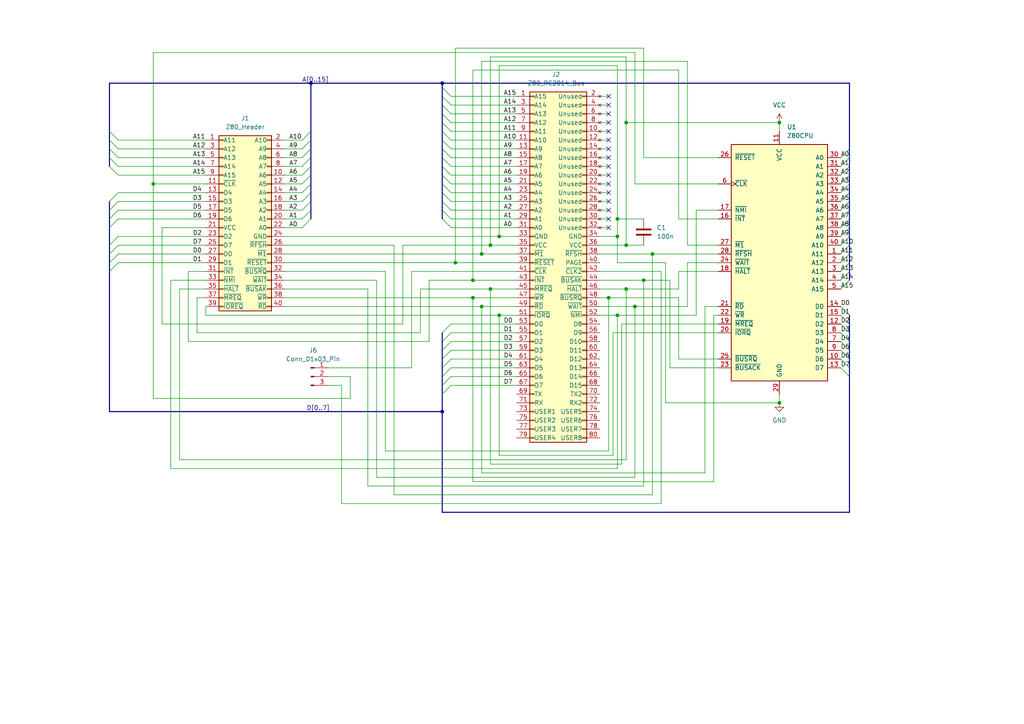
<source format=kicad_sch>
(kicad_sch (version 20230121) (generator eeschema)
  (paper "A4")
  (title_block (title "Z80 RC2014 Card") (date "2024-04-24") (rev "1.0"))
  (lib_symbols
    (symbol "CPU:Z80CPU" (pin_names (offset 1.016))
      (property "Reference" "U" (at -13.97 35.56 0))
      (property "Value" "Z80CPU" (at 6.35 35.56 0))
      (symbol "Z80CPU_0_1"
        (rectangle (start -13.97 34.29) (end 13.97 -34.29) (stroke (width 0.254)) (fill (type background)))
      )
      (symbol "Z80CPU_1_1"
        (pin output line (at 17.78 2.54 180) (length 3.81) (name "A11") (number "1"))
        (pin bidirectional line (at 17.78 -27.94 180) (length 3.81) (name "D6") (number "10"))
        (pin power_in line (at 0 38.1 270) (length 3.81) (name "VCC") (number "11"))
        (pin bidirectional line (at 17.78 -17.78 180) (length 3.81) (name "D2") (number "12"))
        (pin bidirectional line (at 17.78 -30.48 180) (length 3.81) (name "D7") (number "13"))
        (pin bidirectional line (at 17.78 -12.7 180) (length 3.81) (name "D0") (number "14"))
        (pin bidirectional line (at 17.78 -15.24 180) (length 3.81) (name "D1") (number "15"))
        (pin input line (at -17.78 12.7 0) (length 3.81) (name "~{INT}") (number "16"))
        (pin input line (at -17.78 15.24 0) (length 3.81) (name "~{NMI}") (number "17"))
        (pin output line (at -17.78 -2.54 0) (length 3.81) (name "~{HALT}") (number "18"))
        (pin output line (at -17.78 -17.78 0) (length 3.81) (name "~{MREQ}") (number "19"))
        (pin output line (at 17.78 0 180) (length 3.81) (name "A12") (number "2"))
        (pin output line (at -17.78 -20.32 0) (length 3.81) (name "~{IORQ}") (number "20"))
        (pin output line (at -17.78 -12.7 0) (length 3.81) (name "~{RD}") (number "21"))
        (pin output line (at -17.78 -15.24 0) (length 3.81) (name "~{WR}") (number "22"))
        (pin output line (at -17.78 -30.48 0) (length 3.81) (name "~{BUSACK}") (number "23"))
        (pin input line (at -17.78 0 0) (length 3.81) (name "~{WAIT}") (number "24"))
        (pin input line (at -17.78 -27.94 0) (length 3.81) (name "~{BUSRQ}") (number "25"))
        (pin input line (at -17.78 30.48 0) (length 3.81) (name "~{RESET}") (number "26"))
        (pin output line (at -17.78 5.08 0) (length 3.81) (name "~{M1}") (number "27"))
        (pin output line (at -17.78 2.54 0) (length 3.81) (name "~{RFSH}") (number "28"))
        (pin power_in line (at 0 -38.1 90) (length 3.81) (name "GND") (number "29"))
        (pin output line (at 17.78 -2.54 180) (length 3.81) (name "A13") (number "3"))
        (pin output line (at 17.78 30.48 180) (length 3.81) (name "A0") (number "30"))
        (pin output line (at 17.78 27.94 180) (length 3.81) (name "A1") (number "31"))
        (pin output line (at 17.78 25.4 180) (length 3.81) (name "A2") (number "32"))
        (pin output line (at 17.78 22.86 180) (length 3.81) (name "A3") (number "33"))
        (pin output line (at 17.78 20.32 180) (length 3.81) (name "A4") (number "34"))
        (pin output line (at 17.78 17.78 180) (length 3.81) (name "A5") (number "35"))
        (pin output line (at 17.78 15.24 180) (length 3.81) (name "A6") (number "36"))
        (pin output line (at 17.78 12.7 180) (length 3.81) (name "A7") (number "37"))
        (pin output line (at 17.78 10.16 180) (length 3.81) (name "A8") (number "38"))
        (pin output line (at 17.78 7.62 180) (length 3.81) (name "A9") (number "39"))
        (pin output line (at 17.78 -5.08 180) (length 3.81) (name "A14") (number "4"))
        (pin output line (at 17.78 5.08 180) (length 3.81) (name "A10") (number "40"))
        (pin output line (at 17.78 -7.62 180) (length 3.81) (name "A15") (number "5"))
        (pin input clock (at -17.78 22.86 0) (length 3.81) (name "~{CLK}") (number "6"))
        (pin bidirectional line (at 17.78 -22.86 180) (length 3.81) (name "D4") (number "7"))
        (pin bidirectional line (at 17.78 -20.32 180) (length 3.81) (name "D3") (number "8"))
        (pin bidirectional line (at 17.78 -25.4 180) (length 3.81) (name "D5") (number "9"))
      )
    )
    (symbol "CPU:Z80_Header" (pin_names (offset 1.25))
      (property "Reference" "J" (at 1.27 25.4 0))
      (property "Value" "Z80_Header" (at 6.35 -27.94 0))
      (symbol "Z80_Header_1_1"
        (rectangle (start -1.27 -25.273) (end 0 -25.527) (stroke (width 0.1524)))
        (rectangle (start -1.27 -22.733) (end 0 -22.987) (stroke (width 0.1524)))
        (rectangle (start -1.27 -20.193) (end 0 -20.447) (stroke (width 0.1524)))
        (rectangle (start -1.27 -17.653) (end 0 -17.907) (stroke (width 0.1524)))
        (rectangle (start -1.27 -15.113) (end 0 -15.367) (stroke (width 0.1524)))
        (rectangle (start -1.27 -12.573) (end 0 -12.827) (stroke (width 0.1524)))
        (rectangle (start -1.27 -10.033) (end 0 -10.287) (stroke (width 0.1524)))
        (rectangle (start -1.27 -7.493) (end 0 -7.747) (stroke (width 0.1524)))
        (rectangle (start -1.27 -4.953) (end 0 -5.207) (stroke (width 0.1524)))
        (rectangle (start -1.27 -2.413) (end 0 -2.667) (stroke (width 0.1524)))
        (rectangle (start -1.27 0.127) (end 0 -0.127) (stroke (width 0.1524)))
        (rectangle (start -1.27 2.667) (end 0 2.413) (stroke (width 0.1524)))
        (rectangle (start -1.27 5.207) (end 0 4.953) (stroke (width 0.1524)))
        (rectangle (start -1.27 7.747) (end 0 7.493) (stroke (width 0.1524)))
        (rectangle (start -1.27 10.287) (end 0 10.033) (stroke (width 0.1524)))
        (rectangle (start -1.27 12.827) (end 0 12.573) (stroke (width 0.1524)))
        (rectangle (start -1.27 15.367) (end 0 15.113) (stroke (width 0.1524)))
        (rectangle (start -1.27 17.907) (end 0 17.653) (stroke (width 0.1524)))
        (rectangle (start -1.27 20.447) (end 0 20.193) (stroke (width 0.1524)))
        (rectangle (start -1.27 22.987) (end 0 22.733) (stroke (width 0.1524)))
        (rectangle (start -1.27 24.13) (end 13.97 -26.67) (stroke (width 0.254)) (fill (type background)))
        (rectangle (start 13.97 -25.273) (end 12.7 -25.527) (stroke (width 0.1524)))
        (rectangle (start 13.97 -22.733) (end 12.7 -22.987) (stroke (width 0.1524)))
        (rectangle (start 13.97 -20.193) (end 12.7 -20.447) (stroke (width 0.1524)))
        (rectangle (start 13.97 -17.653) (end 12.7 -17.907) (stroke (width 0.1524)))
        (rectangle (start 13.97 -15.113) (end 12.7 -15.367) (stroke (width 0.1524)))
        (rectangle (start 13.97 -12.573) (end 12.7 -12.827) (stroke (width 0.1524)))
        (rectangle (start 13.97 -10.033) (end 12.7 -10.287) (stroke (width 0.1524)))
        (rectangle (start 13.97 -7.493) (end 12.7 -7.747) (stroke (width 0.1524)))
        (rectangle (start 13.97 -4.953) (end 12.7 -5.207) (stroke (width 0.1524)))
        (rectangle (start 13.97 -2.413) (end 12.7 -2.667) (stroke (width 0.1524)))
        (rectangle (start 13.97 0.127) (end 12.7 -0.127) (stroke (width 0.1524)))
        (rectangle (start 13.97 2.667) (end 12.7 2.413) (stroke (width 0.1524)))
        (rectangle (start 13.97 5.207) (end 12.7 4.953) (stroke (width 0.1524)))
        (rectangle (start 13.97 7.747) (end 12.7 7.493) (stroke (width 0.1524)))
        (rectangle (start 13.97 10.287) (end 12.7 10.033) (stroke (width 0.1524)))
        (rectangle (start 13.97 12.827) (end 12.7 12.573) (stroke (width 0.1524)))
        (rectangle (start 13.97 15.367) (end 12.7 15.113) (stroke (width 0.1524)))
        (rectangle (start 13.97 17.907) (end 12.7 17.653) (stroke (width 0.1524)))
        (rectangle (start 13.97 20.447) (end 12.7 20.193) (stroke (width 0.1524)))
        (rectangle (start 13.97 22.987) (end 12.7 22.733) (stroke (width 0.1524)))
        (pin output line (at -5.08 22.86 0) (length 3.81) (name "A11") (number "1"))
        (pin output line (at 17.78 12.7 180) (length 3.81) (name "A6") (number "10"))
        (pin input line (at -5.08 10.16 0) (length 3.81) (name "~{CLK}") (number "11"))
        (pin output line (at 17.78 10.16 180) (length 3.81) (name "A5") (number "12"))
        (pin bidirectional line (at -5.08 7.62 0) (length 3.81) (name "D4") (number "13"))
        (pin output line (at 17.78 7.62 180) (length 3.81) (name "A4") (number "14"))
        (pin bidirectional line (at -5.08 5.08 0) (length 3.81) (name "D3") (number "15"))
        (pin output line (at 17.78 5.08 180) (length 3.81) (name "A3") (number "16"))
        (pin bidirectional line (at -5.08 2.54 0) (length 3.81) (name "D5") (number "17"))
        (pin output line (at 17.78 2.54 180) (length 3.81) (name "A2") (number "18"))
        (pin bidirectional line (at -5.08 0 0) (length 3.81) (name "D6") (number "19"))
        (pin output line (at 17.78 22.86 180) (length 3.81) (name "A10") (number "2"))
        (pin output line (at 17.78 0 180) (length 3.81) (name "A1") (number "20"))
        (pin power_in line (at -5.08 -2.54 0) (length 3.81) (name "VCC") (number "21"))
        (pin output line (at 17.78 -2.54 180) (length 3.81) (name "A0") (number "22"))
        (pin bidirectional line (at -5.08 -5.08 0) (length 3.81) (name "D2") (number "23"))
        (pin power_in line (at 17.78 -5.08 180) (length 3.81) (name "GND") (number "24"))
        (pin bidirectional line (at -5.08 -7.62 0) (length 3.81) (name "D7") (number "25"))
        (pin output line (at 17.78 -7.62 180) (length 3.81) (name "~{RFSH}") (number "26"))
        (pin bidirectional line (at -5.08 -10.16 0) (length 3.81) (name "D0") (number "27"))
        (pin output line (at 17.78 -10.16 180) (length 3.81) (name "~{M1}") (number "28"))
        (pin bidirectional line (at -5.08 -12.7 0) (length 3.81) (name "D1") (number "29"))
        (pin output line (at -5.08 20.32 0) (length 3.81) (name "A12") (number "3"))
        (pin input line (at 17.78 -12.7 180) (length 3.81) (name "~{RESET}") (number "30"))
        (pin input line (at -5.08 -15.24 0) (length 3.81) (name "~{INT}") (number "31"))
        (pin input line (at 17.78 -15.24 180) (length 3.81) (name "~{BUSRQ}") (number "32"))
        (pin input line (at -5.08 -17.78 0) (length 3.81) (name "~{NMI}") (number "33"))
        (pin input line (at 17.78 -17.78 180) (length 3.81) (name "~{WAIT}") (number "34"))
        (pin output line (at -5.08 -20.32 0) (length 3.81) (name "~{HALT}") (number "35"))
        (pin output line (at 17.78 -20.32 180) (length 3.81) (name "~{BUSAK}") (number "36"))
        (pin output line (at -5.08 -22.86 0) (length 3.81) (name "~{MREQ}") (number "37"))
        (pin output line (at 17.78 -22.86 180) (length 3.81) (name "~{WR}") (number "38"))
        (pin output line (at -5.08 -25.4 0) (length 3.81) (name "~{IOREQ}") (number "39"))
        (pin output line (at 17.78 20.32 180) (length 3.81) (name "A9") (number "4"))
        (pin output line (at 17.78 -25.4 180) (length 3.81) (name "~{RD}") (number "40"))
        (pin output line (at -5.08 17.78 0) (length 3.81) (name "A13") (number "5"))
        (pin output line (at 17.78 17.78 180) (length 3.81) (name "A8") (number "6"))
        (pin output line (at -5.08 15.24 0) (length 3.81) (name "A14") (number "7"))
        (pin output line (at 17.78 15.24 180) (length 3.81) (name "A7") (number "8"))
        (pin output line (at -5.08 12.7 0) (length 3.81) (name "A15") (number "9"))
      )
    )
    (symbol "CPU:Z80_RC2014_Bus" (pin_names (offset 1.25))
      (property "Reference" "J" (at 1.27 50.8 0))
      (property "Value" "Z80_RC2014_Bus" (at 12.7 -53.34 0))
      (symbol "Z80_RC2014_Bus_1_1"
        (rectangle (start -1.27 -50.673) (end 0 -50.927) (stroke (width 0.1524)))
        (rectangle (start -1.27 -48.133) (end 0 -48.387) (stroke (width 0.1524)))
        (rectangle (start -1.27 -45.593) (end 0 -45.847) (stroke (width 0.1524)))
        (rectangle (start -1.27 -43.053) (end 0 -43.307) (stroke (width 0.1524)))
        (rectangle (start -1.27 -40.513) (end 0 -40.767) (stroke (width 0.1524)))
        (rectangle (start -1.27 -37.973) (end 0 -38.227) (stroke (width 0.1524)))
        (rectangle (start -1.27 -35.433) (end 0 -35.687) (stroke (width 0.1524)))
        (rectangle (start -1.27 -32.893) (end 0 -33.147) (stroke (width 0.1524)))
        (rectangle (start -1.27 -30.353) (end 0 -30.607) (stroke (width 0.1524)))
        (rectangle (start -1.27 -27.813) (end 0 -28.067) (stroke (width 0.1524)))
        (rectangle (start -1.27 -25.273) (end 0 -25.527) (stroke (width 0.1524)))
        (rectangle (start -1.27 -22.733) (end 0 -22.987) (stroke (width 0.1524)))
        (rectangle (start -1.27 -20.193) (end 0 -20.447) (stroke (width 0.1524)))
        (rectangle (start -1.27 -17.653) (end 0 -17.907) (stroke (width 0.1524)))
        (rectangle (start -1.27 -15.113) (end 0 -15.367) (stroke (width 0.1524)))
        (rectangle (start -1.27 -12.573) (end 0 -12.827) (stroke (width 0.1524)))
        (rectangle (start -1.27 -10.033) (end 0 -10.287) (stroke (width 0.1524)))
        (rectangle (start -1.27 -7.493) (end 0 -7.747) (stroke (width 0.1524)))
        (rectangle (start -1.27 -4.953) (end 0 -5.207) (stroke (width 0.1524)))
        (rectangle (start -1.27 -2.413) (end 0 -2.667) (stroke (width 0.1524)))
        (rectangle (start -1.27 0.127) (end 0 -0.127) (stroke (width 0.1524)))
        (rectangle (start -1.27 2.667) (end 0 2.413) (stroke (width 0.1524)))
        (rectangle (start -1.27 5.207) (end 0 4.953) (stroke (width 0.1524)))
        (rectangle (start -1.27 7.747) (end 0 7.493) (stroke (width 0.1524)))
        (rectangle (start -1.27 10.287) (end 0 10.033) (stroke (width 0.1524)))
        (rectangle (start -1.27 12.827) (end 0 12.573) (stroke (width 0.1524)))
        (rectangle (start -1.27 15.367) (end 0 15.113) (stroke (width 0.1524)))
        (rectangle (start -1.27 17.907) (end 0 17.653) (stroke (width 0.1524)))
        (rectangle (start -1.27 20.447) (end 0 20.193) (stroke (width 0.1524)))
        (rectangle (start -1.27 22.987) (end 0 22.733) (stroke (width 0.1524)))
        (rectangle (start -1.27 25.527) (end 0 25.273) (stroke (width 0.1524)))
        (rectangle (start -1.27 28.067) (end 0 27.813) (stroke (width 0.1524)))
        (rectangle (start -1.27 30.607) (end 0 30.353) (stroke (width 0.1524)))
        (rectangle (start -1.27 33.147) (end 0 32.893) (stroke (width 0.1524)))
        (rectangle (start -1.27 35.687) (end 0 35.433) (stroke (width 0.1524)))
        (rectangle (start -1.27 38.227) (end 0 37.973) (stroke (width 0.1524)))
        (rectangle (start -1.27 40.767) (end 0 40.513) (stroke (width 0.1524)))
        (rectangle (start -1.27 43.307) (end 0 43.053) (stroke (width 0.1524)))
        (rectangle (start -1.27 45.847) (end 0 45.593) (stroke (width 0.1524)))
        (rectangle (start -1.27 48.387) (end 0 48.133) (stroke (width 0.1524)))
        (rectangle (start -1.27 49.53) (end 15.24 -52.07) (stroke (width 0.254)) (fill (type background)))
        (rectangle (start 15.24 -50.673) (end 13.97 -50.927) (stroke (width 0.1524)))
        (rectangle (start 15.24 -48.133) (end 13.97 -48.387) (stroke (width 0.1524)))
        (rectangle (start 15.24 -45.593) (end 13.97 -45.847) (stroke (width 0.1524)))
        (rectangle (start 15.24 -43.053) (end 13.97 -43.307) (stroke (width 0.1524)))
        (rectangle (start 15.24 -40.513) (end 13.97 -40.767) (stroke (width 0.1524)))
        (rectangle (start 15.24 -37.973) (end 13.97 -38.227) (stroke (width 0.1524)))
        (rectangle (start 15.24 -35.433) (end 13.97 -35.687) (stroke (width 0.1524)))
        (rectangle (start 15.24 -32.893) (end 13.97 -33.147) (stroke (width 0.1524)))
        (rectangle (start 15.24 -30.353) (end 13.97 -30.607) (stroke (width 0.1524)))
        (rectangle (start 15.24 -27.813) (end 13.97 -28.067) (stroke (width 0.1524)))
        (rectangle (start 15.24 -25.273) (end 13.97 -25.527) (stroke (width 0.1524)))
        (rectangle (start 15.24 -22.733) (end 13.97 -22.987) (stroke (width 0.1524)))
        (rectangle (start 15.24 -20.193) (end 13.97 -20.447) (stroke (width 0.1524)))
        (rectangle (start 15.24 -17.653) (end 13.97 -17.907) (stroke (width 0.1524)))
        (rectangle (start 15.24 -15.113) (end 13.97 -15.367) (stroke (width 0.1524)))
        (rectangle (start 15.24 -12.573) (end 13.97 -12.827) (stroke (width 0.1524)))
        (rectangle (start 15.24 -10.033) (end 13.97 -10.287) (stroke (width 0.1524)))
        (rectangle (start 15.24 -7.493) (end 13.97 -7.747) (stroke (width 0.1524)))
        (rectangle (start 15.24 -4.953) (end 13.97 -5.207) (stroke (width 0.1524)))
        (rectangle (start 15.24 -2.413) (end 13.97 -2.667) (stroke (width 0.1524)))
        (rectangle (start 15.24 0.127) (end 13.97 -0.127) (stroke (width 0.1524)))
        (rectangle (start 15.24 2.667) (end 13.97 2.413) (stroke (width 0.1524)))
        (rectangle (start 15.24 5.207) (end 13.97 4.953) (stroke (width 0.1524)))
        (rectangle (start 15.24 7.747) (end 13.97 7.493) (stroke (width 0.1524)))
        (rectangle (start 15.24 10.287) (end 13.97 10.033) (stroke (width 0.1524)))
        (rectangle (start 15.24 12.827) (end 13.97 12.573) (stroke (width 0.1524)))
        (rectangle (start 15.24 15.367) (end 13.97 15.113) (stroke (width 0.1524)))
        (rectangle (start 15.24 17.907) (end 13.97 17.653) (stroke (width 0.1524)))
        (rectangle (start 15.24 20.447) (end 13.97 20.193) (stroke (width 0.1524)))
        (rectangle (start 15.24 22.987) (end 13.97 22.733) (stroke (width 0.1524)))
        (rectangle (start 15.24 25.527) (end 13.97 25.273) (stroke (width 0.1524)))
        (rectangle (start 15.24 28.067) (end 13.97 27.813) (stroke (width 0.1524)))
        (rectangle (start 15.24 30.607) (end 13.97 30.353) (stroke (width 0.1524)))
        (rectangle (start 15.24 33.147) (end 13.97 32.893) (stroke (width 0.1524)))
        (rectangle (start 15.24 35.687) (end 13.97 35.433) (stroke (width 0.1524)))
        (rectangle (start 15.24 38.227) (end 13.97 37.973) (stroke (width 0.1524)))
        (rectangle (start 15.24 40.767) (end 13.97 40.513) (stroke (width 0.1524)))
        (rectangle (start 15.24 43.307) (end 13.97 43.053) (stroke (width 0.1524)))
        (rectangle (start 15.24 45.847) (end 13.97 45.593) (stroke (width 0.1524)))
        (rectangle (start 15.24 48.387) (end 13.97 48.133) (stroke (width 0.1524)))
        (pin output line (at -5.08 48.26 0) (length 3.81) (name "A15") (number "1"))
        (pin no_connect line (at 19.05 38.1 180) (length 3.81) (name "Unused") (number "10"))
        (pin output line (at -5.08 35.56 0) (length 3.81) (name "A10") (number "11"))
        (pin no_connect line (at 19.05 35.56 180) (length 3.81) (name "Unused") (number "12"))
        (pin output line (at -5.08 33.02 0) (length 3.81) (name "A9") (number "13"))
        (pin no_connect line (at 19.05 33.02 180) (length 3.81) (name "Unused") (number "14"))
        (pin output line (at -5.08 30.48 0) (length 3.81) (name "A8") (number "15"))
        (pin no_connect line (at 19.05 30.48 180) (length 3.81) (name "Unused") (number "16"))
        (pin output line (at -5.08 27.94 0) (length 3.81) (name "A7") (number "17"))
        (pin no_connect line (at 19.05 27.94 180) (length 3.81) (name "Unused") (number "18"))
        (pin output line (at -5.08 25.4 0) (length 3.81) (name "A6") (number "19"))
        (pin no_connect line (at 19.05 48.26 180) (length 3.81) (name "Unused") (number "2"))
        (pin no_connect line (at 19.05 25.4 180) (length 3.81) (name "Unused") (number "20"))
        (pin output line (at -5.08 22.86 0) (length 3.81) (name "A5") (number "21"))
        (pin no_connect line (at 19.05 22.86 180) (length 3.81) (name "Unused") (number "22"))
        (pin output line (at -5.08 20.32 0) (length 3.81) (name "A4") (number "23"))
        (pin no_connect line (at 19.05 20.32 180) (length 3.81) (name "Unused") (number "24"))
        (pin output line (at -5.08 17.78 0) (length 3.81) (name "A3") (number "25"))
        (pin no_connect line (at 19.05 17.78 180) (length 3.81) (name "Unused") (number "26"))
        (pin output line (at -5.08 15.24 0) (length 3.81) (name "A2") (number "27"))
        (pin no_connect line (at 19.05 15.24 180) (length 3.81) (name "Unused") (number "28"))
        (pin output line (at -5.08 12.7 0) (length 3.81) (name "A1") (number "29"))
        (pin output line (at -5.08 45.72 0) (length 3.81) (name "A14") (number "3"))
        (pin no_connect line (at 19.05 12.7 180) (length 3.81) (name "Unused") (number "30"))
        (pin output line (at -5.08 10.16 0) (length 3.81) (name "A0") (number "31"))
        (pin no_connect line (at 19.05 10.16 180) (length 3.81) (name "Unused") (number "32"))
        (pin power_in line (at -5.08 7.62 0) (length 3.81) (name "GND") (number "33"))
        (pin power_in line (at 19.05 7.62 180) (length 3.81) (name "GND") (number "34"))
        (pin power_in line (at -5.08 5.08 0) (length 3.81) (name "VCC") (number "35"))
        (pin power_in line (at 19.05 5.08 180) (length 3.81) (name "VCC") (number "36"))
        (pin output line (at -5.08 2.54 0) (length 3.81) (name "~{M1}") (number "37"))
        (pin output line (at 19.05 2.54 180) (length 3.81) (name "~{RFSH}") (number "38"))
        (pin input line (at -5.08 0 0) (length 3.81) (name "~{RESET}") (number "39"))
        (pin no_connect line (at 19.05 45.72 180) (length 3.81) (name "Unused") (number "4"))
        (pin bidirectional line (at 19.05 0 180) (length 3.81) (name "PAGE") (number "40"))
        (pin input line (at -5.08 -2.54 0) (length 3.81) (name "~{CLK}") (number "41"))
        (pin input line (at 19.05 -2.54 180) (length 3.81) (name "~{CLK2}") (number "42"))
        (pin input line (at -5.08 -5.08 0) (length 3.81) (name "~{INT}") (number "43"))
        (pin output line (at 19.05 -5.08 180) (length 3.81) (name "~{BUSAK}") (number "44"))
        (pin output line (at -5.08 -7.62 0) (length 3.81) (name "~{MREQ}") (number "45"))
        (pin output line (at 19.05 -7.62 180) (length 3.81) (name "~{HALT}") (number "46"))
        (pin open_collector line (at -5.08 -10.16 0) (length 3.81) (name "~{WR}") (number "47"))
        (pin input line (at 19.05 -10.16 180) (length 3.81) (name "~{BUSRQ}") (number "48"))
        (pin output line (at -5.08 -12.7 0) (length 3.81) (name "~{RD}") (number "49"))
        (pin output line (at -5.08 43.18 0) (length 3.81) (name "A13") (number "5"))
        (pin input line (at 19.05 -12.7 180) (length 3.81) (name "~{WAIT}") (number "50"))
        (pin output line (at -5.08 -15.24 0) (length 3.81) (name "~{IORQ}") (number "51"))
        (pin input line (at 19.05 -15.24 180) (length 3.81) (name "~{NMI}") (number "52"))
        (pin bidirectional line (at -5.08 -17.78 0) (length 3.81) (name "D0") (number "53"))
        (pin bidirectional line (at 19.05 -17.78 180) (length 3.81) (name "D8") (number "54"))
        (pin bidirectional line (at -5.08 -20.32 0) (length 3.81) (name "D1") (number "55"))
        (pin bidirectional line (at 19.05 -20.32 180) (length 3.81) (name "D9") (number "56"))
        (pin bidirectional line (at -5.08 -22.86 0) (length 3.81) (name "D2") (number "57"))
        (pin bidirectional line (at 19.05 -22.86 180) (length 3.81) (name "D10") (number "58"))
        (pin bidirectional line (at -5.08 -25.4 0) (length 3.81) (name "D3") (number "59"))
        (pin no_connect line (at 19.05 43.18 180) (length 3.81) (name "Unused") (number "6"))
        (pin bidirectional line (at 19.05 -25.4 180) (length 3.81) (name "D11") (number "60"))
        (pin bidirectional line (at -5.08 -27.94 0) (length 3.81) (name "D4") (number "61"))
        (pin bidirectional line (at 19.05 -27.94 180) (length 3.81) (name "D12") (number "62"))
        (pin bidirectional line (at -5.08 -30.48 0) (length 3.81) (name "D5") (number "63"))
        (pin bidirectional line (at 19.05 -30.48 180) (length 3.81) (name "D13") (number "64"))
        (pin bidirectional line (at -5.08 -33.02 0) (length 3.81) (name "D6") (number "65"))
        (pin bidirectional line (at 19.05 -33.02 180) (length 3.81) (name "D14") (number "66"))
        (pin bidirectional line (at -5.08 -35.56 0) (length 3.81) (name "D7") (number "67"))
        (pin bidirectional line (at 19.05 -35.56 180) (length 3.81) (name "D15") (number "68"))
        (pin output line (at -5.08 -38.1 0) (length 3.81) (name "TX") (number "69"))
        (pin output line (at -5.08 40.64 0) (length 3.81) (name "A12") (number "7"))
        (pin output line (at 19.05 -38.1 180) (length 3.81) (name "TX2") (number "70"))
        (pin input line (at -5.08 -40.64 0) (length 3.81) (name "RX") (number "71"))
        (pin input line (at 19.05 -40.64 180) (length 3.81) (name "RX2") (number "72"))
        (pin bidirectional line (at -5.08 -43.18 0) (length 3.81) (name "USER1") (number "73"))
        (pin bidirectional line (at 19.05 -43.18 180) (length 3.81) (name "USER5") (number "74"))
        (pin bidirectional line (at -5.08 -45.72 0) (length 3.81) (name "USER2") (number "75"))
        (pin bidirectional line (at 19.05 -45.72 180) (length 3.81) (name "USER6") (number "76"))
        (pin bidirectional line (at -5.08 -48.26 0) (length 3.81) (name "USER3") (number "77"))
        (pin bidirectional line (at 19.05 -48.26 180) (length 3.81) (name "USER7") (number "78"))
        (pin bidirectional line (at -5.08 -50.8 0) (length 3.81) (name "USER4") (number "79"))
        (pin no_connect line (at 19.05 40.64 180) (length 3.81) (name "Unused") (number "8"))
        (pin bidirectional line (at 19.05 -50.8 180) (length 3.81) (name "USER8") (number "80"))
        (pin output line (at -5.08 38.1 0) (length 3.81) (name "A11") (number "9"))
      )
    )
    (symbol "Connector:Conn_01x03_Pin" (pin_names (offset 1.016) hide)
      (property "Reference" "J" (at 0 5.08 0))
      (property "Value" "Conn_01x03_Pin" (at 0 -5.08 0))
      (symbol "Conn_01x03_Pin_1_1"
        (polyline (pts (xy 1.27 -2.54) (xy 0.8636 -2.54)) (stroke (width 0.1524)))
        (polyline (pts (xy 1.27 0) (xy 0.8636 0)) (stroke (width 0.1524)))
        (polyline (pts (xy 1.27 2.54) (xy 0.8636 2.54)) (stroke (width 0.1524)))
        (rectangle (start 0.8636 -2.413) (end 0 -2.667) (stroke (width 0.1524)) (fill (type outline)))
        (rectangle (start 0.8636 0.127) (end 0 -0.127) (stroke (width 0.1524)) (fill (type outline)))
        (rectangle (start 0.8636 2.667) (end 0 2.413) (stroke (width 0.1524)) (fill (type outline)))
        (pin passive line (at 5.08 2.54 180) (length 3.81) (name "Pin_1") (number "1"))
        (pin passive line (at 5.08 0 180) (length 3.81) (name "Pin_2") (number "2"))
        (pin passive line (at 5.08 -2.54 180) (length 3.81) (name "Pin_3") (number "3"))
      )
    )
    (symbol "Device:C" (pin_numbers hide) (pin_names (offset 0.254))
      (property "Reference" "C" (at 0.635 2.54 0))
      (property "Value" "C" (at 0.635 -2.54 0))
      (symbol "C_0_1"
        (polyline (pts (xy -2.032 -0.762) (xy 2.032 -0.762)) (stroke (width 0.508)))
        (polyline (pts (xy -2.032 0.762) (xy 2.032 0.762)) (stroke (width 0.508)))
      )
      (symbol "C_1_1"
        (pin passive line (at 0 3.81 270) (length 2.794) (name "~") (number "1"))
        (pin passive line (at 0 -3.81 90) (length 2.794) (name "~") (number "2"))
      )
    )
    (symbol "power:GND" (power) (pin_names (offset 0))
      (property "Value" "GND" (at 0 -3.81 0))
      (symbol "GND_0_1"
        (polyline (pts (xy 0 0) (xy 0 -1.27) (xy 1.27 -1.27) (xy 0 -2.54) (xy -1.27 -1.27) (xy 0 -1.27)))
      )
      (symbol "GND_1_1"
        (pin power_in line (at 0 0 270) (length 0) hide (name "GND") (number "1"))
      )
    )
    (symbol "power:VCC" (power) (pin_names (offset 0))
      (property "Value" "VCC" (at 0 3.81 0))
      (symbol "VCC_0_1"
        (polyline (pts (xy -0.762 1.27) (xy 0 2.54)))
        (polyline (pts (xy 0 0) (xy 0 2.54)))
        (polyline (pts (xy 0 2.54) (xy 0.762 1.27)))
      )
      (symbol "VCC_1_1"
        (pin power_in line (at 0 0 90) (length 0) hide (name "VCC") (number "1"))
      )
    )
  )
  (junction (at 144.78 68.58))
  (junction (at 176.53 86.36))
  (junction (at 139.7 88.9))
  (junction (at 181.61 35.56))
  (junction (at 44.45 53.34))
  (junction (at 142.24 83.82))
  (junction (at 132.08 76.2))
  (junction (at 142.24 71.12))
  (junction (at 90.17 24.13))
  (junction (at 181.61 71.12))
  (junction (at 139.7 73.66))
  (junction (at 189.23 73.66))
  (junction (at 137.16 81.28))
  (junction (at 179.07 68.58))
  (junction (at 226.06 35.56))
  (junction (at 184.15 88.9))
  (junction (at 179.07 63.5))
  (junction (at 186.69 81.28))
  (junction (at 128.27 119.38))
  (junction (at 179.07 91.44))
  (junction (at 128.27 24.13))
  (junction (at 137.16 86.36))
  (junction (at 144.78 91.44))
  (junction (at 181.61 83.82))
  (junction (at 226.06 116.84))
  (no_connect (at 176.53 35.56))
  (no_connect (at 176.53 55.88))
  (no_connect (at 176.53 33.02))
  (no_connect (at 176.53 50.8))
  (no_connect (at 176.53 53.34))
  (no_connect (at 176.53 66.04))
  (no_connect (at 176.53 58.42))
  (no_connect (at 176.53 38.1))
  (no_connect (at 176.53 63.5))
  (no_connect (at 176.53 40.64))
  (no_connect (at 176.53 30.48))
  (no_connect (at 176.53 43.18))
  (no_connect (at 176.53 27.94))
  (no_connect (at 176.53 45.72))
  (no_connect (at 176.53 48.26))
  (no_connect (at 176.53 60.96))
  (bus_entry (at 87.63 60.96) (size 2.54 -2.54))
  (bus_entry (at 128.27 55.88) (size 2.54 2.54))
  (bus_entry (at 31.75 63.5) (size 2.54 -2.54))
  (bus_entry (at 246.38 50.8) (size -2.54 2.54))
  (bus_entry (at 87.63 53.34) (size 2.54 -2.54))
  (bus_entry (at 34.29 43.18) (size -2.54 -2.54))
  (bus_entry (at 128.27 111.76) (size 2.54 -2.54))
  (bus_entry (at 128.27 60.96) (size 2.54 2.54))
  (bus_entry (at 246.38 71.12) (size -2.54 2.54))
  (bus_entry (at 128.27 40.64) (size 2.54 2.54))
  (bus_entry (at 128.27 63.5) (size 2.54 2.54))
  (bus_entry (at 246.38 66.04) (size -2.54 2.54))
  (bus_entry (at 246.38 109.22) (size -2.54 -2.54))
  (bus_entry (at 31.75 71.12) (size 2.54 -2.54))
  (bus_entry (at 128.27 53.34) (size 2.54 2.54))
  (bus_entry (at 34.29 48.26) (size -2.54 -2.54))
  (bus_entry (at 128.27 109.22) (size 2.54 -2.54))
  (bus_entry (at 246.38 81.28) (size -2.54 2.54))
  (bus_entry (at 246.38 60.96) (size -2.54 2.54))
  (bus_entry (at 128.27 38.1) (size 2.54 2.54))
  (bus_entry (at 31.75 76.2) (size 2.54 -2.54))
  (bus_entry (at 246.38 96.52) (size -2.54 -2.54))
  (bus_entry (at 31.75 78.74) (size 2.54 -2.54))
  (bus_entry (at 246.38 99.06) (size -2.54 -2.54))
  (bus_entry (at 34.29 45.72) (size -2.54 -2.54))
  (bus_entry (at 34.29 40.64) (size -2.54 -2.54))
  (bus_entry (at 246.38 45.72) (size -2.54 2.54))
  (bus_entry (at 246.38 55.88) (size -2.54 2.54))
  (bus_entry (at 128.27 25.4) (size 2.54 2.54))
  (bus_entry (at 87.63 40.64) (size 2.54 -2.54))
  (bus_entry (at 246.38 78.74) (size -2.54 2.54))
  (bus_entry (at 128.27 35.56) (size 2.54 2.54))
  (bus_entry (at 34.29 50.8) (size -2.54 -2.54))
  (bus_entry (at 128.27 33.02) (size 2.54 2.54))
  (bus_entry (at 87.63 55.88) (size 2.54 -2.54))
  (bus_entry (at 246.38 91.44) (size -2.54 -2.54))
  (bus_entry (at 128.27 101.6) (size 2.54 -2.54))
  (bus_entry (at 128.27 58.42) (size 2.54 2.54))
  (bus_entry (at 128.27 48.26) (size 2.54 2.54))
  (bus_entry (at 87.63 66.04) (size 2.54 -2.54))
  (bus_entry (at 246.38 76.2) (size -2.54 2.54))
  (bus_entry (at 246.38 101.6) (size -2.54 -2.54))
  (bus_entry (at 87.63 43.18) (size 2.54 -2.54))
  (bus_entry (at 246.38 73.66) (size -2.54 2.54))
  (bus_entry (at 246.38 104.14) (size -2.54 -2.54))
  (bus_entry (at 31.75 58.42) (size 2.54 -2.54))
  (bus_entry (at 246.38 58.42) (size -2.54 2.54))
  (bus_entry (at 87.63 58.42) (size 2.54 -2.54))
  (bus_entry (at 31.75 66.04) (size 2.54 -2.54))
  (bus_entry (at 246.38 106.68) (size -2.54 -2.54))
  (bus_entry (at 246.38 68.58) (size -2.54 2.54))
  (bus_entry (at 31.75 73.66) (size 2.54 -2.54))
  (bus_entry (at 246.38 48.26) (size -2.54 2.54))
  (bus_entry (at 87.63 48.26) (size 2.54 -2.54))
  (bus_entry (at 128.27 50.8) (size 2.54 2.54))
  (bus_entry (at 246.38 63.5) (size -2.54 2.54))
  (bus_entry (at 87.63 63.5) (size 2.54 -2.54))
  (bus_entry (at 87.63 45.72) (size 2.54 -2.54))
  (bus_entry (at 128.27 27.94) (size 2.54 2.54))
  (bus_entry (at 246.38 43.18) (size -2.54 2.54))
  (bus_entry (at 128.27 43.18) (size 2.54 2.54))
  (bus_entry (at 128.27 30.48) (size 2.54 2.54))
  (bus_entry (at 87.63 50.8) (size 2.54 -2.54))
  (bus_entry (at 246.38 93.98) (size -2.54 -2.54))
  (bus_entry (at 128.27 106.68) (size 2.54 -2.54))
  (bus_entry (at 246.38 53.34) (size -2.54 2.54))
  (bus_entry (at 31.75 60.96) (size 2.54 -2.54))
  (bus_entry (at 128.27 99.06) (size 2.54 -2.54))
  (bus_entry (at 128.27 45.72) (size 2.54 2.54))
  (bus_entry (at 128.27 114.3) (size 2.54 -2.54))
  (bus_entry (at 128.27 104.14) (size 2.54 -2.54))
  (bus_entry (at 128.27 96.52) (size 2.54 -2.54))
  (wire (pts (xy 184.15 53.34) (xy 184.15 15.24)))
  (bus (pts (xy 246.38 76.2) (xy 246.38 73.66)))
  (wire (pts (xy 34.29 63.5) (xy 59.69 63.5)))
  (wire (pts (xy 137.16 20.32) (xy 137.16 81.28)))
  (bus (pts (xy 246.38 63.5) (xy 246.38 60.96)))
  (wire (pts (xy 208.28 53.34) (xy 184.15 53.34)))
  (wire (pts (xy 176.53 86.36) (xy 176.53 130.81)))
  (wire (pts (xy 49.53 81.28) (xy 49.53 135.89)))
  (wire (pts (xy 186.69 45.72) (xy 208.28 45.72)))
  (wire (pts (xy 82.55 73.66) (xy 139.7 73.66)))
  (bus (pts (xy 246.38 60.96) (xy 246.38 58.42)))
  (bus (pts (xy 128.27 101.6) (xy 128.27 104.14)))
  (bus (pts (xy 31.75 73.66) (xy 31.75 76.2)))
  (wire (pts (xy 196.85 78.74) (xy 208.28 78.74)))
  (bus (pts (xy 128.27 114.3) (xy 128.27 119.38)))
  (bus (pts (xy 128.27 48.26) (xy 128.27 50.8)))
  (bus (pts (xy 246.38 45.72) (xy 246.38 43.18)))
  (wire (pts (xy 207.01 139.7) (xy 207.01 91.44)))
  (wire (pts (xy 173.99 58.42) (xy 176.53 58.42)))
  (wire (pts (xy 130.81 30.48) (xy 149.86 30.48)))
  (bus (pts (xy 90.17 60.96) (xy 90.17 63.5)))
  (wire (pts (xy 173.99 60.96) (xy 176.53 60.96)))
  (bus (pts (xy 128.27 58.42) (xy 128.27 60.96)))
  (bus (pts (xy 246.38 50.8) (xy 246.38 48.26)))
  (wire (pts (xy 173.99 86.36) (xy 176.53 86.36)))
  (wire (pts (xy 173.99 68.58) (xy 179.07 68.58)))
  (bus (pts (xy 246.38 109.22) (xy 246.38 148.59)))
  (wire (pts (xy 199.39 71.12) (xy 208.28 71.12)))
  (wire (pts (xy 173.99 33.02) (xy 176.53 33.02)))
  (wire (pts (xy 59.69 91.44) (xy 144.78 91.44)))
  (wire (pts (xy 132.08 76.2) (xy 149.86 76.2)))
  (bus (pts (xy 246.38 48.26) (xy 246.38 45.72)))
  (wire (pts (xy 130.81 101.6) (xy 149.86 101.6)))
  (wire (pts (xy 191.77 146.05) (xy 99.06 146.05)))
  (wire (pts (xy 181.61 35.56) (xy 181.61 16.51)))
  (wire (pts (xy 82.55 50.8) (xy 87.63 50.8)))
  (bus (pts (xy 128.27 43.18) (xy 128.27 45.72)))
  (wire (pts (xy 82.55 53.34) (xy 87.63 53.34)))
  (wire (pts (xy 179.07 135.89) (xy 179.07 91.44)))
  (wire (pts (xy 130.81 45.72) (xy 149.86 45.72)))
  (wire (pts (xy 119.38 78.74) (xy 149.86 78.74)))
  (wire (pts (xy 208.28 106.68) (xy 194.31 106.68)))
  (wire (pts (xy 186.69 140.97) (xy 186.69 81.28)))
  (wire (pts (xy 139.7 17.78) (xy 199.39 17.78)))
  (wire (pts (xy 82.55 71.12) (xy 114.3 71.12)))
  (bus (pts (xy 246.38 106.68) (xy 246.38 109.22)))
  (wire (pts (xy 130.81 27.94) (xy 149.86 27.94)))
  (bus (pts (xy 246.38 71.12) (xy 246.38 68.58)))
  (bus (pts (xy 128.27 40.64) (xy 128.27 43.18)))
  (wire (pts (xy 181.61 35.56) (xy 226.06 35.56)))
  (bus (pts (xy 128.27 38.1) (xy 128.27 40.64)))
  (wire (pts (xy 82.55 86.36) (xy 137.16 86.36)))
  (bus (pts (xy 128.27 111.76) (xy 128.27 114.3)))
  (wire (pts (xy 124.46 99.06) (xy 124.46 81.28)))
  (bus (pts (xy 90.17 38.1) (xy 90.17 40.64)))
  (wire (pts (xy 179.07 91.44) (xy 173.99 91.44)))
  (wire (pts (xy 181.61 71.12) (xy 186.69 71.12)))
  (wire (pts (xy 130.81 35.56) (xy 149.86 35.56)))
  (wire (pts (xy 119.38 78.74) (xy 119.38 106.68)))
  (wire (pts (xy 130.81 109.22) (xy 149.86 109.22)))
  (wire (pts (xy 130.81 48.26) (xy 149.86 48.26)))
  (wire (pts (xy 144.78 91.44) (xy 144.78 132.08)))
  (wire (pts (xy 34.29 58.42) (xy 59.69 58.42)))
  (wire (pts (xy 142.24 134.62) (xy 180.34 134.62)))
  (bus (pts (xy 128.27 148.59) (xy 246.38 148.59)))
  (wire (pts (xy 179.07 63.5) (xy 186.69 63.5)))
  (wire (pts (xy 111.76 130.81) (xy 111.76 78.74)))
  (bus (pts (xy 128.27 30.48) (xy 128.27 33.02)))
  (wire (pts (xy 137.16 86.36) (xy 149.86 86.36)))
  (bus (pts (xy 128.27 104.14) (xy 128.27 106.68)))
  (wire (pts (xy 59.69 53.34) (xy 44.45 53.34)))
  (bus (pts (xy 128.27 96.52) (xy 128.27 99.06)))
  (wire (pts (xy 189.23 143.51) (xy 189.23 73.66)))
  (wire (pts (xy 130.81 55.88) (xy 149.86 55.88)))
  (wire (pts (xy 144.78 132.08) (xy 177.8 132.08)))
  (wire (pts (xy 57.15 96.52) (xy 121.92 96.52)))
  (wire (pts (xy 179.07 68.58) (xy 179.07 63.5)))
  (wire (pts (xy 179.07 63.5) (xy 179.07 19.05)))
  (wire (pts (xy 180.34 134.62) (xy 180.34 93.98)))
  (bus (pts (xy 128.27 53.34) (xy 128.27 55.88)))
  (wire (pts (xy 173.99 45.72) (xy 176.53 45.72)))
  (wire (pts (xy 82.55 45.72) (xy 87.63 45.72)))
  (bus (pts (xy 128.27 55.88) (xy 128.27 58.42)))
  (wire (pts (xy 179.07 91.44) (xy 201.93 91.44)))
  (bus (pts (xy 246.38 43.18) (xy 246.38 24.13)))
  (wire (pts (xy 226.06 35.56) (xy 226.06 38.1)))
  (wire (pts (xy 49.53 135.89) (xy 179.07 135.89)))
  (bus (pts (xy 128.27 27.94) (xy 128.27 30.48)))
  (wire (pts (xy 142.24 16.51) (xy 142.24 71.12)))
  (bus (pts (xy 246.38 53.34) (xy 246.38 50.8)))
  (bus (pts (xy 31.75 66.04) (xy 31.75 71.12)))
  (bus (pts (xy 128.27 35.56) (xy 128.27 38.1)))
  (wire (pts (xy 34.29 71.12) (xy 59.69 71.12)))
  (wire (pts (xy 34.29 60.96) (xy 59.69 60.96)))
  (wire (pts (xy 82.55 68.58) (xy 144.78 68.58)))
  (wire (pts (xy 208.28 63.5) (xy 196.85 63.5)))
  (wire (pts (xy 186.69 13.97) (xy 186.69 45.72)))
  (bus (pts (xy 128.27 109.22) (xy 128.27 111.76)))
  (wire (pts (xy 82.55 66.04) (xy 87.63 66.04)))
  (wire (pts (xy 173.99 50.8) (xy 176.53 50.8)))
  (wire (pts (xy 116.84 93.98) (xy 116.84 71.12)))
  (wire (pts (xy 59.69 78.74) (xy 54.61 78.74)))
  (wire (pts (xy 196.85 86.36) (xy 176.53 86.36)))
  (bus (pts (xy 31.75 58.42) (xy 31.75 60.96)))
  (wire (pts (xy 173.99 88.9) (xy 184.15 88.9)))
  (wire (pts (xy 34.29 45.72) (xy 59.69 45.72)))
  (bus (pts (xy 90.17 58.42) (xy 90.17 60.96)))
  (wire (pts (xy 130.81 63.5) (xy 149.86 63.5)))
  (bus (pts (xy 90.17 50.8) (xy 90.17 53.34)))
  (wire (pts (xy 181.61 83.82) (xy 196.85 83.82)))
  (wire (pts (xy 130.81 58.42) (xy 149.86 58.42)))
  (wire (pts (xy 59.69 86.36) (xy 57.15 86.36)))
  (wire (pts (xy 208.28 104.14) (xy 196.85 104.14)))
  (wire (pts (xy 82.55 40.64) (xy 87.63 40.64)))
  (wire (pts (xy 119.38 106.68) (xy 95.25 106.68)))
  (wire (pts (xy 142.24 71.12) (xy 149.86 71.12)))
  (wire (pts (xy 144.78 68.58) (xy 149.86 68.58)))
  (wire (pts (xy 201.93 91.44) (xy 201.93 60.96)))
  (bus (pts (xy 90.17 45.72) (xy 90.17 48.26)))
  (wire (pts (xy 99.06 146.05) (xy 99.06 111.76)))
  (wire (pts (xy 130.81 111.76) (xy 149.86 111.76)))
  (bus (pts (xy 246.38 101.6) (xy 246.38 104.14)))
  (wire (pts (xy 204.47 88.9) (xy 204.47 137.16)))
  (wire (pts (xy 186.69 81.28) (xy 173.99 81.28)))
  (wire (pts (xy 181.61 16.51) (xy 142.24 16.51)))
  (wire (pts (xy 101.6 115.57) (xy 101.6 109.22)))
  (wire (pts (xy 196.85 20.32) (xy 137.16 20.32)))
  (wire (pts (xy 173.99 53.34) (xy 176.53 53.34)))
  (wire (pts (xy 130.81 99.06) (xy 149.86 99.06)))
  (bus (pts (xy 31.75 60.96) (xy 31.75 63.5)))
  (wire (pts (xy 59.69 66.04) (xy 46.99 66.04)))
  (wire (pts (xy 130.81 93.98) (xy 149.86 93.98)))
  (wire (pts (xy 44.45 15.24) (xy 44.45 53.34)))
  (wire (pts (xy 130.81 104.14) (xy 149.86 104.14)))
  (bus (pts (xy 31.75 24.13) (xy 90.17 24.13)))
  (bus (pts (xy 128.27 45.72) (xy 128.27 48.26)))
  (wire (pts (xy 173.99 71.12) (xy 181.61 71.12)))
  (bus (pts (xy 246.38 73.66) (xy 246.38 71.12)))
  (wire (pts (xy 34.29 55.88) (xy 59.69 55.88)))
  (wire (pts (xy 199.39 76.2) (xy 208.28 76.2)))
  (wire (pts (xy 137.16 81.28) (xy 149.86 81.28)))
  (wire (pts (xy 82.55 76.2) (xy 132.08 76.2)))
  (wire (pts (xy 46.99 66.04) (xy 46.99 93.98)))
  (wire (pts (xy 101.6 109.22) (xy 95.25 109.22)))
  (wire (pts (xy 101.6 115.57) (xy 44.45 115.57)))
  (wire (pts (xy 177.8 132.08) (xy 177.8 96.52)))
  (wire (pts (xy 82.55 58.42) (xy 87.63 58.42)))
  (wire (pts (xy 82.55 63.5) (xy 87.63 63.5)))
  (wire (pts (xy 142.24 83.82) (xy 142.24 134.62)))
  (bus (pts (xy 128.27 119.38) (xy 128.27 148.59)))
  (wire (pts (xy 173.99 35.56) (xy 176.53 35.56)))
  (bus (pts (xy 31.75 63.5) (xy 31.75 66.04)))
  (bus (pts (xy 246.38 78.74) (xy 246.38 76.2)))
  (wire (pts (xy 193.04 76.2) (xy 193.04 116.84)))
  (wire (pts (xy 196.85 104.14) (xy 196.85 86.36)))
  (wire (pts (xy 59.69 83.82) (xy 52.07 83.82)))
  (wire (pts (xy 179.07 19.05) (xy 144.78 19.05)))
  (wire (pts (xy 116.84 71.12) (xy 142.24 71.12)))
  (wire (pts (xy 130.81 40.64) (xy 149.86 40.64)))
  (bus (pts (xy 246.38 81.28) (xy 246.38 78.74)))
  (bus (pts (xy 31.75 119.38) (xy 128.27 119.38)))
  (wire (pts (xy 82.55 83.82) (xy 106.68 83.82)))
  (bus (pts (xy 128.27 25.4) (xy 128.27 27.94)))
  (wire (pts (xy 111.76 78.74) (xy 82.55 78.74)))
  (wire (pts (xy 52.07 133.35) (xy 181.61 133.35)))
  (wire (pts (xy 109.22 81.28) (xy 82.55 81.28)))
  (bus (pts (xy 128.27 60.96) (xy 128.27 63.5)))
  (wire (pts (xy 179.07 68.58) (xy 179.07 76.2)))
  (wire (pts (xy 130.81 43.18) (xy 149.86 43.18)))
  (bus (pts (xy 90.17 24.13) (xy 90.17 38.1)))
  (wire (pts (xy 130.81 60.96) (xy 149.86 60.96)))
  (wire (pts (xy 106.68 140.97) (xy 186.69 140.97)))
  (bus (pts (xy 246.38 68.58) (xy 246.38 66.04)))
  (wire (pts (xy 139.7 73.66) (xy 149.86 73.66)))
  (wire (pts (xy 82.55 48.26) (xy 87.63 48.26)))
  (wire (pts (xy 130.81 50.8) (xy 149.86 50.8)))
  (wire (pts (xy 82.55 60.96) (xy 87.63 60.96)))
  (wire (pts (xy 137.16 139.7) (xy 207.01 139.7)))
  (wire (pts (xy 34.29 76.2) (xy 59.69 76.2)))
  (wire (pts (xy 194.31 106.68) (xy 194.31 81.28)))
  (wire (pts (xy 196.85 83.82) (xy 196.85 78.74)))
  (wire (pts (xy 57.15 86.36) (xy 57.15 96.52)))
  (wire (pts (xy 173.99 78.74) (xy 191.77 78.74)))
  (bus (pts (xy 246.38 66.04) (xy 246.38 63.5)))
  (wire (pts (xy 139.7 88.9) (xy 149.86 88.9)))
  (bus (pts (xy 128.27 33.02) (xy 128.27 35.56)))
  (bus (pts (xy 90.17 43.18) (xy 90.17 45.72)))
  (bus (pts (xy 246.38 96.52) (xy 246.38 99.06)))
  (wire (pts (xy 34.29 48.26) (xy 59.69 48.26)))
  (wire (pts (xy 124.46 81.28) (xy 137.16 81.28)))
  (bus (pts (xy 128.27 99.06) (xy 128.27 101.6)))
  (bus (pts (xy 246.38 58.42) (xy 246.38 55.88)))
  (wire (pts (xy 114.3 143.51) (xy 189.23 143.51)))
  (wire (pts (xy 54.61 78.74) (xy 54.61 99.06)))
  (wire (pts (xy 34.29 73.66) (xy 59.69 73.66)))
  (wire (pts (xy 199.39 88.9) (xy 199.39 76.2)))
  (wire (pts (xy 196.85 63.5) (xy 196.85 20.32)))
  (wire (pts (xy 114.3 71.12) (xy 114.3 143.51)))
  (wire (pts (xy 130.81 53.34) (xy 149.86 53.34)))
  (wire (pts (xy 204.47 137.16) (xy 139.7 137.16)))
  (bus (pts (xy 246.38 55.88) (xy 246.38 53.34)))
  (wire (pts (xy 144.78 91.44) (xy 149.86 91.44)))
  (wire (pts (xy 82.55 88.9) (xy 139.7 88.9)))
  (wire (pts (xy 194.31 81.28) (xy 186.69 81.28)))
  (wire (pts (xy 184.15 88.9) (xy 199.39 88.9)))
  (wire (pts (xy 59.69 81.28) (xy 49.53 81.28)))
  (bus (pts (xy 90.17 53.34) (xy 90.17 55.88)))
  (wire (pts (xy 208.28 88.9) (xy 204.47 88.9)))
  (wire (pts (xy 130.81 106.68) (xy 149.86 106.68)))
  (wire (pts (xy 82.55 43.18) (xy 87.63 43.18)))
  (wire (pts (xy 121.92 83.82) (xy 142.24 83.82)))
  (wire (pts (xy 130.81 66.04) (xy 149.86 66.04)))
  (wire (pts (xy 181.61 71.12) (xy 181.61 35.56)))
  (wire (pts (xy 173.99 30.48) (xy 176.53 30.48)))
  (bus (pts (xy 31.75 38.1) (xy 31.75 40.64)))
  (wire (pts (xy 226.06 116.84) (xy 226.06 114.3)))
  (bus (pts (xy 31.75 40.64) (xy 31.75 43.18)))
  (wire (pts (xy 106.68 83.82) (xy 106.68 140.97)))
  (wire (pts (xy 139.7 73.66) (xy 139.7 17.78)))
  (bus (pts (xy 246.38 104.14) (xy 246.38 106.68)))
  (wire (pts (xy 130.81 38.1) (xy 149.86 38.1)))
  (wire (pts (xy 121.92 96.52) (xy 121.92 83.82)))
  (bus (pts (xy 246.38 91.44) (xy 246.38 93.98)))
  (wire (pts (xy 207.01 91.44) (xy 208.28 91.44)))
  (wire (pts (xy 54.61 99.06) (xy 124.46 99.06)))
  (bus (pts (xy 128.27 106.68) (xy 128.27 109.22)))
  (wire (pts (xy 180.34 93.98) (xy 208.28 93.98)))
  (wire (pts (xy 193.04 116.84) (xy 226.06 116.84)))
  (bus (pts (xy 246.38 93.98) (xy 246.38 96.52)))
  (wire (pts (xy 177.8 96.52) (xy 208.28 96.52)))
  (wire (pts (xy 173.99 40.64) (xy 176.53 40.64)))
  (wire (pts (xy 137.16 86.36) (xy 137.16 139.7)))
  (wire (pts (xy 44.45 53.34) (xy 44.45 115.57)))
  (wire (pts (xy 191.77 78.74) (xy 191.77 146.05)))
  (wire (pts (xy 189.23 73.66) (xy 173.99 73.66)))
  (wire (pts (xy 144.78 19.05) (xy 144.78 68.58)))
  (bus (pts (xy 246.38 24.13) (xy 128.27 24.13)))
  (bus (pts (xy 128.27 24.13) (xy 128.27 25.4)))
  (wire (pts (xy 44.45 15.24) (xy 184.15 15.24)))
  (wire (pts (xy 181.61 133.35) (xy 181.61 83.82)))
  (bus (pts (xy 90.17 24.13) (xy 128.27 24.13)))
  (wire (pts (xy 181.61 83.82) (xy 173.99 83.82)))
  (wire (pts (xy 173.99 38.1) (xy 176.53 38.1)))
  (wire (pts (xy 82.55 55.88) (xy 87.63 55.88)))
  (bus (pts (xy 31.75 76.2) (xy 31.75 78.74)))
  (wire (pts (xy 173.99 66.04) (xy 176.53 66.04)))
  (wire (pts (xy 34.29 68.58) (xy 59.69 68.58)))
  (wire (pts (xy 173.99 48.26) (xy 176.53 48.26)))
  (bus (pts (xy 128.27 50.8) (xy 128.27 53.34)))
  (wire (pts (xy 201.93 60.96) (xy 208.28 60.96)))
  (wire (pts (xy 34.29 43.18) (xy 59.69 43.18)))
  (wire (pts (xy 142.24 83.82) (xy 149.86 83.82)))
  (bus (pts (xy 90.17 48.26) (xy 90.17 50.8)))
  (wire (pts (xy 46.99 93.98) (xy 116.84 93.98)))
  (bus (pts (xy 90.17 40.64) (xy 90.17 43.18)))
  (wire (pts (xy 130.81 96.52) (xy 149.86 96.52)))
  (bus (pts (xy 31.75 43.18) (xy 31.75 45.72)))
  (bus (pts (xy 31.75 24.13) (xy 31.75 38.1)))
  (wire (pts (xy 52.07 83.82) (xy 52.07 133.35)))
  (bus (pts (xy 31.75 45.72) (xy 31.75 48.26)))
  (wire (pts (xy 99.06 111.76) (xy 95.25 111.76)))
  (wire (pts (xy 34.29 40.64) (xy 59.69 40.64)))
  (wire (pts (xy 34.29 50.8) (xy 59.69 50.8)))
  (wire (pts (xy 179.07 76.2) (xy 193.04 76.2)))
  (wire (pts (xy 132.08 13.97) (xy 186.69 13.97)))
  (wire (pts (xy 199.39 17.78) (xy 199.39 71.12)))
  (wire (pts (xy 130.81 33.02) (xy 149.86 33.02)))
  (wire (pts (xy 184.15 88.9) (xy 184.15 138.43)))
  (bus (pts (xy 31.75 71.12) (xy 31.75 73.66)))
  (bus (pts (xy 246.38 99.06) (xy 246.38 101.6)))
  (bus (pts (xy 31.75 78.74) (xy 31.75 119.38)))
  (wire (pts (xy 109.22 138.43) (xy 109.22 81.28)))
  (bus (pts (xy 90.17 55.88) (xy 90.17 58.42)))
  (wire (pts (xy 173.99 63.5) (xy 176.53 63.5)))
  (wire (pts (xy 132.08 76.2) (xy 132.08 13.97)))
  (wire (pts (xy 173.99 43.18) (xy 176.53 43.18)))
  (wire (pts (xy 176.53 130.81) (xy 111.76 130.81)))
  (wire (pts (xy 139.7 137.16) (xy 139.7 88.9)))
  (wire (pts (xy 173.99 55.88) (xy 176.53 55.88)))
  (wire (pts (xy 189.23 73.66) (xy 208.28 73.66)))
  (wire (pts (xy 59.69 88.9) (xy 59.69 91.44)))
  (wire (pts (xy 184.15 138.43) (xy 109.22 138.43)))
  (wire (pts (xy 173.99 27.94) (xy 176.53 27.94)))
  (label "D2" (at 243.84 93.98 0))
  (label "D2" (at 55.88 68.58 0))
  (label "A13" (at 243.84 78.74 0))
  (label "A1" (at 83.82 63.5 0))
  (label "A2" (at 243.84 50.8 0))
  (label "D4" (at 146.05 104.14 0))
  (label "D1" (at 243.84 91.44 0))
  (label "A0" (at 243.84 45.72 0))
  (label "D0" (at 146.05 93.98 0))
  (label "A4" (at 146.05 55.88 0))
  (label "A11" (at 55.88 40.64 0))
  (label "D1" (at 55.88 76.2 0))
  (label "A0" (at 146.05 66.04 0))
  (label "A7" (at 83.82 48.26 0))
  (label "A9" (at 146.05 43.18 0))
  (label "A1" (at 243.84 48.26 0))
  (label "A14" (at 243.84 81.28 0))
  (label "A1" (at 146.05 63.5 0))
  (label "D6" (at 146.05 109.22 0))
  (label "A6" (at 146.05 50.8 0))
  (label "A3" (at 83.82 58.42 0))
  (label "D1" (at 146.05 96.52 0))
  (label "A12" (at 55.88 43.18 0))
  (label "A5" (at 83.82 53.34 0))
  (label "A6" (at 243.84 60.96 0))
  (label "A2" (at 83.82 60.96 0))
  (label "A8" (at 83.82 45.72 0))
  (label "A4" (at 83.82 55.88 0))
  (label "A11" (at 146.05 38.1 0))
  (label "A11" (at 243.84 73.66 0))
  (label "A12" (at 243.84 76.2 0))
  (label "A2" (at 146.05 60.96 0))
  (label "A15" (at 55.88 50.8 0))
  (label "A15" (at 243.84 83.82 0))
  (label "D3" (at 146.05 101.6 0))
  (label "A12" (at 146.05 35.56 0))
  (label "D2" (at 146.05 99.06 0))
  (label "D[0..7]" (at 88.9 119.38 0))
  (label "A15" (at 146.05 27.94 0))
  (label "A4" (at 243.84 55.88 0))
  (label "A10" (at 243.84 71.12 0))
  (label "A8" (at 243.84 66.04 0))
  (label "A8" (at 146.05 45.72 0))
  (label "D3" (at 55.88 58.42 0))
  (label "D7" (at 146.05 111.76 0))
  (label "D5" (at 55.88 60.96 0))
  (label "D4" (at 55.88 55.88 0))
  (label "A5" (at 243.84 58.42 0))
  (label "D5" (at 243.84 101.6 0))
  (label "A3" (at 243.84 53.34 0))
  (label "A13" (at 146.05 33.02 0))
  (label "D0" (at 55.88 73.66 0))
  (label "D5" (at 146.05 106.68 0))
  (label "A5" (at 146.05 53.34 0))
  (label "A[0..15]" (at 87.63 24.13 0))
  (label "A10" (at 83.82 40.64 0))
  (label "A14" (at 55.88 48.26 0))
  (label "A7" (at 243.84 63.5 0))
  (label "D6" (at 55.88 63.5 0))
  (label "A7" (at 146.05 48.26 0))
  (label "A0" (at 83.82 66.04 0))
  (label "A9" (at 83.82 43.18 0))
  (label "D7" (at 243.84 106.68 0))
  (label "A14" (at 146.05 30.48 0))
  (label "D6" (at 243.84 104.14 0))
  (label "A10" (at 146.05 40.64 0))
  (label "A9" (at 243.84 68.58 0))
  (label "A3" (at 146.05 58.42 0))
  (label "D4" (at 243.84 99.06 0))
  (label "A6" (at 83.82 50.8 0))
  (label "D0" (at 243.84 88.9 0))
  (label "D3" (at 243.84 96.52 0))
  (label "A13" (at 55.88 45.72 0))
  (label "D7" (at 55.88 71.12 0))
  (symbol (lib_id "CPU:Z80_Header") (at 64.77 63.5 0) (unit 1)
    (property "Reference" "J1" (at 71.12 34.29 0))
    (property "Value" "Z80_Header" (at 71.12 36.83 0))
    (property "Footprint" "Connector_PinSocket_2.54mm:PinSocket_2x20_P2.54mm_Vertical" (effects hide))
  )
  (symbol (lib_id "power:VCC") (at 226.06 35.56 0) (unit 1)
    (property "Reference" "#PWR02" (effects hide))
    (property "Value" "VCC" (at 226.06 30.48 0))
  )
  (symbol (lib_id "Connector:Conn_01x03_Pin") (at 90.17 109.22 0) (unit 1)
    (property "Reference" "J6" (at 90.805 101.6 0))
    (property "Value" "Conn_01x03_Pin" (at 90.805 104.14 0))
    (property "Footprint" "Connector_PinHeader_2.54mm:PinHeader_1x03_P2.54mm_Vertical" (effects hide))
  )
  (symbol (lib_id "CPU:Z80CPU") (at 226.06 76.2 0) (unit 1)
    (property "Reference" "U1" (at 228.2541 36.83 0) (effects (justify left)))
    (property "Value" "Z80CPU" (at 228.2541 39.37 0) (effects (justify left)))
    (property "Footprint" "Package_DIP:DIP-40_W15.24mm_Socket" (effects hide))
    (property "Datasheet" "www.zilog.com/manage_directlink.php?filepath=docs/z80/um0080" (effects hide))
  )
  (symbol (lib_id "power:GND") (at 226.06 116.84 0) (unit 1)
    (property "Reference" "#PWR01" (effects hide))
    (property "Value" "GND" (at 226.06 121.92 0))
  )
  (symbol (lib_id "CPU:Z80_RC2014_Bus") (at 154.94 76.2 0) (unit 1)
    (property "Reference" "J2" (at 161.29 21.59 0))
    (property "Value" "Z80_RC2014_Bus" (at 161.29 24.13 0))
    (property "Footprint" "Connector_PinSocket_2.54mm:PinSocket_2x40_P2.54mm_Vertical" (effects hide))
  )
  (symbol (lib_id "Device:C") (at 186.69 67.31 0) (unit 1)
    (property "Reference" "C1" (at 190.5 66.04 0) (effects (justify left)))
    (property "Value" "100n" (at 190.5 68.58 0) (effects (justify left)))
    (property "Footprint" "Capacitor_THT:C_Rect_L4.0mm_W2.5mm_P2.50mm" (effects hide))
  )
)
</source>
